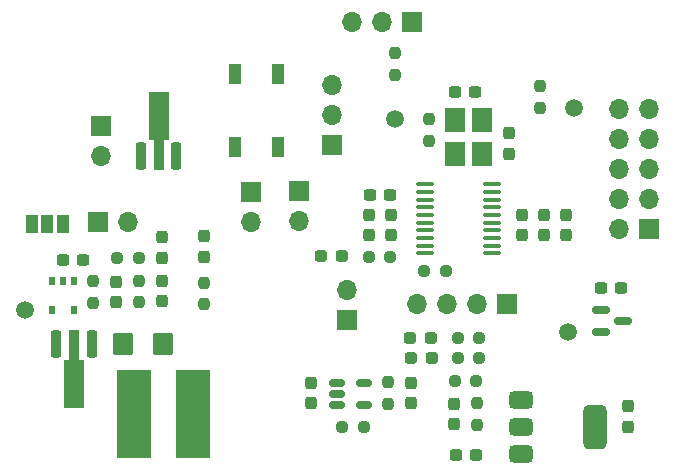
<source format=gts>
G04 #@! TF.GenerationSoftware,KiCad,Pcbnew,7.0.11-7.0.11~ubuntu22.04.1*
G04 #@! TF.CreationDate,2024-04-10T13:53:25+02:00*
G04 #@! TF.ProjectId,pcb_rduhr_lderyck,7063625f-7264-4756-9872-5f6c64657279,rev?*
G04 #@! TF.SameCoordinates,Original*
G04 #@! TF.FileFunction,Soldermask,Top*
G04 #@! TF.FilePolarity,Negative*
%FSLAX46Y46*%
G04 Gerber Fmt 4.6, Leading zero omitted, Abs format (unit mm)*
G04 Created by KiCad (PCBNEW 7.0.11-7.0.11~ubuntu22.04.1) date 2024-04-10 13:53:25*
%MOMM*%
%LPD*%
G01*
G04 APERTURE LIST*
G04 Aperture macros list*
%AMRoundRect*
0 Rectangle with rounded corners*
0 $1 Rounding radius*
0 $2 $3 $4 $5 $6 $7 $8 $9 X,Y pos of 4 corners*
0 Add a 4 corners polygon primitive as box body*
4,1,4,$2,$3,$4,$5,$6,$7,$8,$9,$2,$3,0*
0 Add four circle primitives for the rounded corners*
1,1,$1+$1,$2,$3*
1,1,$1+$1,$4,$5*
1,1,$1+$1,$6,$7*
1,1,$1+$1,$8,$9*
0 Add four rect primitives between the rounded corners*
20,1,$1+$1,$2,$3,$4,$5,0*
20,1,$1+$1,$4,$5,$6,$7,0*
20,1,$1+$1,$6,$7,$8,$9,0*
20,1,$1+$1,$8,$9,$2,$3,0*%
%AMFreePoly0*
4,1,9,5.362500,-0.866500,1.237500,-0.866500,1.237500,-0.450000,-1.237500,-0.450000,-1.237500,0.450000,1.237500,0.450000,1.237500,0.866500,5.362500,0.866500,5.362500,-0.866500,5.362500,-0.866500,$1*%
G04 Aperture macros list end*
%ADD10RoundRect,0.237500X0.237500X-0.250000X0.237500X0.250000X-0.237500X0.250000X-0.237500X-0.250000X0*%
%ADD11RoundRect,0.237500X-0.237500X0.300000X-0.237500X-0.300000X0.237500X-0.300000X0.237500X0.300000X0*%
%ADD12RoundRect,0.237500X-0.250000X-0.237500X0.250000X-0.237500X0.250000X0.237500X-0.250000X0.237500X0*%
%ADD13RoundRect,0.237500X0.250000X0.237500X-0.250000X0.237500X-0.250000X-0.237500X0.250000X-0.237500X0*%
%ADD14R,3.000000X7.500000*%
%ADD15RoundRect,0.237500X0.287500X0.237500X-0.287500X0.237500X-0.287500X-0.237500X0.287500X-0.237500X0*%
%ADD16RoundRect,0.150000X-0.512500X-0.150000X0.512500X-0.150000X0.512500X0.150000X-0.512500X0.150000X0*%
%ADD17RoundRect,0.237500X0.237500X-0.300000X0.237500X0.300000X-0.237500X0.300000X-0.237500X-0.300000X0*%
%ADD18R,1.700000X1.700000*%
%ADD19O,1.700000X1.700000*%
%ADD20R,1.800000X2.100000*%
%ADD21RoundRect,0.375000X-0.625000X-0.375000X0.625000X-0.375000X0.625000X0.375000X-0.625000X0.375000X0*%
%ADD22RoundRect,0.500000X-0.500000X-1.400000X0.500000X-1.400000X0.500000X1.400000X-0.500000X1.400000X0*%
%ADD23R,1.000000X1.500000*%
%ADD24RoundRect,0.237500X-0.237500X0.250000X-0.237500X-0.250000X0.237500X-0.250000X0.237500X0.250000X0*%
%ADD25RoundRect,0.237500X-0.300000X-0.237500X0.300000X-0.237500X0.300000X0.237500X-0.300000X0.237500X0*%
%ADD26RoundRect,0.237500X-0.237500X0.287500X-0.237500X-0.287500X0.237500X-0.287500X0.237500X0.287500X0*%
%ADD27R,0.550000X0.800000*%
%ADD28C,1.500000*%
%ADD29RoundRect,0.225000X-0.225000X0.925000X-0.225000X-0.925000X0.225000X-0.925000X0.225000X0.925000X0*%
%ADD30FreePoly0,270.000000*%
%ADD31RoundRect,0.225000X0.225000X-0.925000X0.225000X0.925000X-0.225000X0.925000X-0.225000X-0.925000X0*%
%ADD32FreePoly0,90.000000*%
%ADD33RoundRect,0.237500X-0.287500X-0.237500X0.287500X-0.237500X0.287500X0.237500X-0.287500X0.237500X0*%
%ADD34RoundRect,0.100000X-0.637500X-0.100000X0.637500X-0.100000X0.637500X0.100000X-0.637500X0.100000X0*%
%ADD35RoundRect,0.150000X-0.587500X-0.150000X0.587500X-0.150000X0.587500X0.150000X-0.587500X0.150000X0*%
%ADD36R,1.100000X1.800000*%
%ADD37RoundRect,0.237500X0.300000X0.237500X-0.300000X0.237500X-0.300000X-0.237500X0.300000X-0.237500X0*%
%ADD38RoundRect,0.050000X0.760000X0.840000X-0.760000X0.840000X-0.760000X-0.840000X0.760000X-0.840000X0*%
G04 APERTURE END LIST*
D10*
X89472000Y-85750522D03*
X89472000Y-83925522D03*
D11*
X116416884Y-78179188D03*
X116416884Y-79904188D03*
D12*
X110679465Y-92232905D03*
X112504465Y-92232905D03*
D13*
X112780000Y-88600000D03*
X110955000Y-88600000D03*
D14*
X88500000Y-95000000D03*
X83500000Y-95000000D03*
D15*
X108680000Y-88600000D03*
X106930000Y-88600000D03*
D16*
X100735668Y-92360000D03*
X100735668Y-93310000D03*
X100735668Y-94260000D03*
X103010668Y-94260000D03*
X103010668Y-92360000D03*
D17*
X82035317Y-85535519D03*
X82035317Y-83810519D03*
D18*
X100300000Y-72280000D03*
D19*
X100300000Y-69740000D03*
X100300000Y-67200000D03*
D20*
X110700000Y-70100000D03*
X110700000Y-73000000D03*
X113000000Y-73000000D03*
X113000000Y-70100000D03*
D21*
X116300000Y-93800000D03*
X116300000Y-96100000D03*
D22*
X122600000Y-96100000D03*
D21*
X116300000Y-98400000D03*
D18*
X107100000Y-61800000D03*
D19*
X104560000Y-61800000D03*
X102020000Y-61800000D03*
D23*
X77507735Y-78937507D03*
X76207735Y-78937507D03*
X74907735Y-78937507D03*
D13*
X102983168Y-96100000D03*
X101158168Y-96100000D03*
D10*
X105600000Y-66312500D03*
X105600000Y-64487500D03*
D24*
X83949999Y-83737506D03*
X83949999Y-85562506D03*
D25*
X123056315Y-84352189D03*
X124781315Y-84352189D03*
D26*
X89500000Y-79950000D03*
X89500000Y-81700000D03*
D11*
X103440679Y-78161818D03*
X103440679Y-79886818D03*
X120088326Y-78176652D03*
X120088326Y-79901652D03*
D12*
X108100000Y-82900000D03*
X109925000Y-82900000D03*
D11*
X105285394Y-78165292D03*
X105285394Y-79890292D03*
D24*
X80084822Y-83798217D03*
X80084822Y-85623217D03*
D11*
X85869050Y-83761905D03*
X85869050Y-85486905D03*
X107020039Y-92397978D03*
X107020039Y-94122978D03*
D17*
X125319312Y-96102977D03*
X125319312Y-94377977D03*
D27*
X78450000Y-83800000D03*
X77500000Y-83800000D03*
X76550000Y-83800000D03*
X76550000Y-86200000D03*
X78450000Y-86200000D03*
D11*
X98548493Y-92395965D03*
X98548493Y-94120965D03*
X110635215Y-94141964D03*
X110635215Y-95866964D03*
D13*
X83951234Y-81830863D03*
X82126234Y-81830863D03*
D18*
X97500000Y-76160000D03*
D19*
X97500000Y-78700000D03*
D24*
X117900000Y-67275000D03*
X117900000Y-69100000D03*
D28*
X120822492Y-69122006D03*
X120300000Y-88100000D03*
D29*
X79959725Y-89099306D03*
D30*
X78459725Y-89186806D03*
D29*
X76959725Y-89099306D03*
D31*
X84122570Y-73210303D03*
D32*
X85622570Y-73122803D03*
D31*
X87122570Y-73210303D03*
D25*
X110680418Y-67725120D03*
X112405418Y-67725120D03*
D18*
X93400000Y-76200000D03*
D19*
X93400000Y-78740000D03*
D18*
X80725000Y-70650000D03*
D19*
X80725000Y-73190000D03*
D18*
X127140000Y-79340000D03*
D19*
X124600000Y-79340000D03*
X127140000Y-76800000D03*
X124600000Y-76800000D03*
X127140000Y-74260000D03*
X124600000Y-74260000D03*
X127140000Y-71720000D03*
X124600000Y-71720000D03*
X127140000Y-69180000D03*
X124600000Y-69180000D03*
D28*
X105600000Y-70019405D03*
D33*
X99391275Y-81683729D03*
X101141275Y-81683729D03*
D25*
X77482732Y-81979763D03*
X79207732Y-81979763D03*
D33*
X106980000Y-90300000D03*
X108730000Y-90300000D03*
D25*
X103506943Y-76507539D03*
X105231943Y-76507539D03*
D13*
X112767500Y-90300000D03*
X110942500Y-90300000D03*
D24*
X105070668Y-92354575D03*
X105070668Y-94179575D03*
D17*
X85893826Y-81792746D03*
X85893826Y-80067746D03*
X115260699Y-72979493D03*
X115260699Y-71254493D03*
D28*
X74300000Y-86200000D03*
D13*
X105225000Y-81700000D03*
X103400000Y-81700000D03*
D24*
X108469612Y-70088892D03*
X108469612Y-71913892D03*
D11*
X118257424Y-78184137D03*
X118257424Y-79909137D03*
D18*
X101600000Y-87100000D03*
D19*
X101600000Y-84560000D03*
D34*
X108137500Y-75575000D03*
X108137500Y-76225000D03*
X108137500Y-76875000D03*
X108137500Y-77525000D03*
X108137500Y-78175000D03*
X108137500Y-78825000D03*
X108137500Y-79475000D03*
X108137500Y-80125000D03*
X108137500Y-80775000D03*
X108137500Y-81425000D03*
X113862500Y-81425000D03*
X113862500Y-80775000D03*
X113862500Y-80125000D03*
X113862500Y-79475000D03*
X113862500Y-78825000D03*
X113862500Y-78175000D03*
X113862500Y-77525000D03*
X113862500Y-76875000D03*
X113862500Y-76225000D03*
X113862500Y-75575000D03*
D35*
X123059481Y-86191142D03*
X123059481Y-88091142D03*
X124934481Y-87141142D03*
D24*
X112542752Y-94091964D03*
X112542752Y-95916964D03*
D36*
X92050000Y-72400000D03*
X92050000Y-66200000D03*
X95750000Y-72400000D03*
X95750000Y-66200000D03*
D18*
X80460000Y-78800000D03*
D19*
X83000000Y-78800000D03*
D37*
X112511013Y-98512792D03*
X110786013Y-98512792D03*
D38*
X86017902Y-89128241D03*
X82617902Y-89128241D03*
D18*
X115080000Y-85700000D03*
D19*
X112540000Y-85700000D03*
X110000000Y-85700000D03*
X107460000Y-85700000D03*
M02*

</source>
